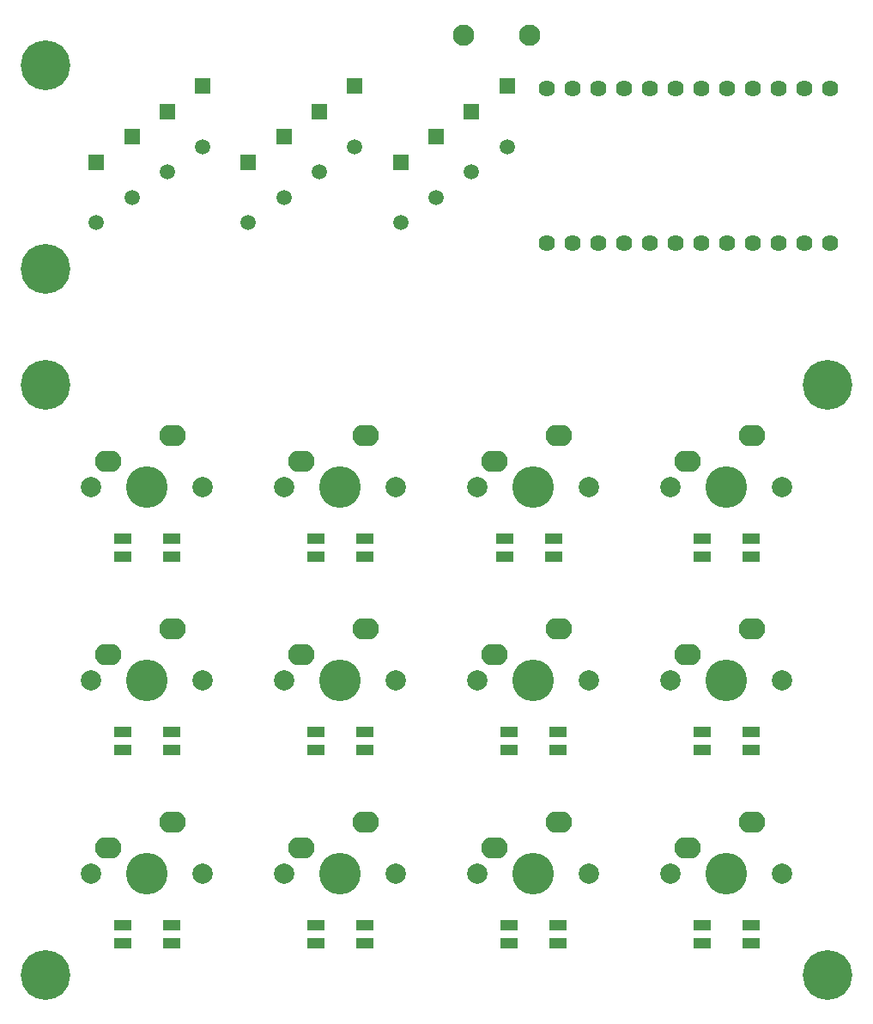
<source format=gbs>
G04 #@! TF.GenerationSoftware,KiCad,Pcbnew,5.1.6*
G04 #@! TF.CreationDate,2020-06-26T00:36:41+09:00*
G04 #@! TF.ProjectId,firststep12,66697273-7473-4746-9570-31322e6b6963,rev?*
G04 #@! TF.SameCoordinates,Original*
G04 #@! TF.FileFunction,Soldermask,Bot*
G04 #@! TF.FilePolarity,Negative*
%FSLAX46Y46*%
G04 Gerber Fmt 4.6, Leading zero omitted, Abs format (unit mm)*
G04 Created by KiCad (PCBNEW 5.1.6) date 2020-06-26 00:36:41*
%MOMM*%
%LPD*%
G01*
G04 APERTURE LIST*
%ADD10C,4.900000*%
%ADD11R,1.700000X1.100000*%
%ADD12R,1.497000X1.497000*%
%ADD13C,1.497000*%
%ADD14C,4.100000*%
%ADD15C,2.000000*%
%ADD16O,2.600000X2.100000*%
%ADD17C,2.100000*%
%ADD18C,1.624000*%
G04 APERTURE END LIST*
D10*
G04 #@! TO.C,H2*
X83090000Y-67465000D03*
G04 #@! TD*
D11*
G04 #@! TO.C,L3*
X128390000Y-95840000D03*
X128390000Y-94090000D03*
X133190000Y-94090000D03*
X133190000Y-95840000D03*
G04 #@! TD*
G04 #@! TO.C,L2*
X109740000Y-95840000D03*
X109740000Y-94090000D03*
X114540000Y-94090000D03*
X114540000Y-95840000D03*
G04 #@! TD*
G04 #@! TO.C,L1*
X90690000Y-95840000D03*
X90690000Y-94090000D03*
X95490000Y-94090000D03*
X95490000Y-95840000D03*
G04 #@! TD*
G04 #@! TO.C,L4*
X147840000Y-95840000D03*
X147840000Y-94090000D03*
X152640000Y-94090000D03*
X152640000Y-95840000D03*
G04 #@! TD*
G04 #@! TO.C,L5*
X90690000Y-114890000D03*
X90690000Y-113140000D03*
X95490000Y-113140000D03*
X95490000Y-114890000D03*
G04 #@! TD*
G04 #@! TO.C,L6*
X109740000Y-114890000D03*
X109740000Y-113140000D03*
X114540000Y-113140000D03*
X114540000Y-114890000D03*
G04 #@! TD*
G04 #@! TO.C,L7*
X128790000Y-114890000D03*
X128790000Y-113140000D03*
X133590000Y-113140000D03*
X133590000Y-114890000D03*
G04 #@! TD*
G04 #@! TO.C,L8*
X147840000Y-114890000D03*
X147840000Y-113140000D03*
X152640000Y-113140000D03*
X152640000Y-114890000D03*
G04 #@! TD*
G04 #@! TO.C,L9*
X90690000Y-133940000D03*
X90690000Y-132190000D03*
X95490000Y-132190000D03*
X95490000Y-133940000D03*
G04 #@! TD*
G04 #@! TO.C,L10*
X109740000Y-133940000D03*
X109740000Y-132190000D03*
X114540000Y-132190000D03*
X114540000Y-133940000D03*
G04 #@! TD*
G04 #@! TO.C,L11*
X128790000Y-133940000D03*
X128790000Y-132190000D03*
X133590000Y-132190000D03*
X133590000Y-133940000D03*
G04 #@! TD*
G04 #@! TO.C,L12*
X147840000Y-133940000D03*
X147840000Y-132190000D03*
X152640000Y-132190000D03*
X152640000Y-133940000D03*
G04 #@! TD*
D10*
G04 #@! TO.C,H1*
X83090000Y-47465000D03*
G04 #@! TD*
G04 #@! TO.C,H4*
X160240000Y-78965000D03*
G04 #@! TD*
G04 #@! TO.C,H3*
X83090000Y-78965000D03*
G04 #@! TD*
G04 #@! TO.C,H6*
X160240000Y-137065000D03*
G04 #@! TD*
G04 #@! TO.C,H5*
X83090000Y-137065000D03*
G04 #@! TD*
D12*
G04 #@! TO.C,D1*
X88090000Y-56965000D03*
D13*
X88090000Y-62965000D03*
G04 #@! TD*
G04 #@! TO.C,D2*
X91590000Y-60465000D03*
D12*
X91590000Y-54465000D03*
G04 #@! TD*
D13*
G04 #@! TO.C,D3*
X95090000Y-57965000D03*
D12*
X95090000Y-51965000D03*
G04 #@! TD*
G04 #@! TO.C,D4*
X98590000Y-49465000D03*
D13*
X98590000Y-55465000D03*
G04 #@! TD*
D12*
G04 #@! TO.C,D5*
X103090000Y-56965000D03*
D13*
X103090000Y-62965000D03*
G04 #@! TD*
G04 #@! TO.C,D6*
X106590000Y-60465000D03*
D12*
X106590000Y-54465000D03*
G04 #@! TD*
G04 #@! TO.C,D7*
X110090000Y-51965000D03*
D13*
X110090000Y-57965000D03*
G04 #@! TD*
G04 #@! TO.C,D8*
X113590000Y-55465000D03*
D12*
X113590000Y-49465000D03*
G04 #@! TD*
D13*
G04 #@! TO.C,D9*
X118090000Y-62965000D03*
D12*
X118090000Y-56965000D03*
G04 #@! TD*
G04 #@! TO.C,D10*
X121590000Y-54465000D03*
D13*
X121590000Y-60465000D03*
G04 #@! TD*
G04 #@! TO.C,D11*
X125090000Y-57965000D03*
D12*
X125090000Y-51965000D03*
G04 #@! TD*
G04 #@! TO.C,D12*
X128590000Y-49465000D03*
D13*
X128590000Y-55465000D03*
G04 #@! TD*
D14*
G04 #@! TO.C,SW1*
X93090000Y-88965000D03*
D15*
X87590000Y-88965000D03*
X98590000Y-88965000D03*
D16*
X95630000Y-83885000D03*
X89280000Y-86425000D03*
G04 #@! TD*
G04 #@! TO.C,SW2*
X108330000Y-86425000D03*
X114680000Y-83885000D03*
D15*
X117640000Y-88965000D03*
X106640000Y-88965000D03*
D14*
X112140000Y-88965000D03*
G04 #@! TD*
G04 #@! TO.C,SW3*
X131190000Y-88965000D03*
D15*
X125690000Y-88965000D03*
X136690000Y-88965000D03*
D16*
X133730000Y-83885000D03*
X127380000Y-86425000D03*
G04 #@! TD*
G04 #@! TO.C,SW4*
X146430000Y-86425000D03*
X152780000Y-83885000D03*
D15*
X155740000Y-88965000D03*
X144740000Y-88965000D03*
D14*
X150240000Y-88965000D03*
G04 #@! TD*
D16*
G04 #@! TO.C,SW5*
X89280000Y-105475000D03*
X95630000Y-102935000D03*
D15*
X98590000Y-108015000D03*
X87590000Y-108015000D03*
D14*
X93090000Y-108015000D03*
G04 #@! TD*
G04 #@! TO.C,SW6*
X112140000Y-108015000D03*
D15*
X106640000Y-108015000D03*
X117640000Y-108015000D03*
D16*
X114680000Y-102935000D03*
X108330000Y-105475000D03*
G04 #@! TD*
G04 #@! TO.C,SW7*
X127380000Y-105475000D03*
X133730000Y-102935000D03*
D15*
X136690000Y-108015000D03*
X125690000Y-108015000D03*
D14*
X131190000Y-108015000D03*
G04 #@! TD*
G04 #@! TO.C,SW8*
X150240000Y-108015000D03*
D15*
X144740000Y-108015000D03*
X155740000Y-108015000D03*
D16*
X152780000Y-102935000D03*
X146430000Y-105475000D03*
G04 #@! TD*
G04 #@! TO.C,SW9*
X89280000Y-124525000D03*
X95630000Y-121985000D03*
D15*
X98590000Y-127065000D03*
X87590000Y-127065000D03*
D14*
X93090000Y-127065000D03*
G04 #@! TD*
G04 #@! TO.C,SW10*
X112140000Y-127065000D03*
D15*
X106640000Y-127065000D03*
X117640000Y-127065000D03*
D16*
X114680000Y-121985000D03*
X108330000Y-124525000D03*
G04 #@! TD*
D14*
G04 #@! TO.C,SW11*
X131190000Y-127065000D03*
D15*
X125690000Y-127065000D03*
X136690000Y-127065000D03*
D16*
X133730000Y-121985000D03*
X127380000Y-124525000D03*
G04 #@! TD*
G04 #@! TO.C,SW12*
X146430000Y-124525000D03*
X152780000Y-121985000D03*
D15*
X155740000Y-127065000D03*
X144740000Y-127065000D03*
D14*
X150240000Y-127065000D03*
G04 #@! TD*
D17*
G04 #@! TO.C,SW13*
X124340000Y-44465000D03*
X130840000Y-44465000D03*
G04 #@! TD*
D18*
G04 #@! TO.C,U1*
X160468000Y-64976400D03*
X157928000Y-64976400D03*
X155388000Y-64976400D03*
X152848000Y-64976400D03*
X150308000Y-64976400D03*
X147768000Y-64976400D03*
X145228000Y-64976400D03*
X142688000Y-64976400D03*
X140148000Y-64976400D03*
X137608000Y-64976400D03*
X135068000Y-64976400D03*
X132528000Y-64976400D03*
X132528000Y-49756400D03*
X135068000Y-49756400D03*
X137608000Y-49756400D03*
X140148000Y-49756400D03*
X142688000Y-49756400D03*
X145228000Y-49756400D03*
X147768000Y-49756400D03*
X150308000Y-49756400D03*
X152848000Y-49756400D03*
X155388000Y-49756400D03*
X157928000Y-49756400D03*
X160468000Y-49756400D03*
G04 #@! TD*
M02*

</source>
